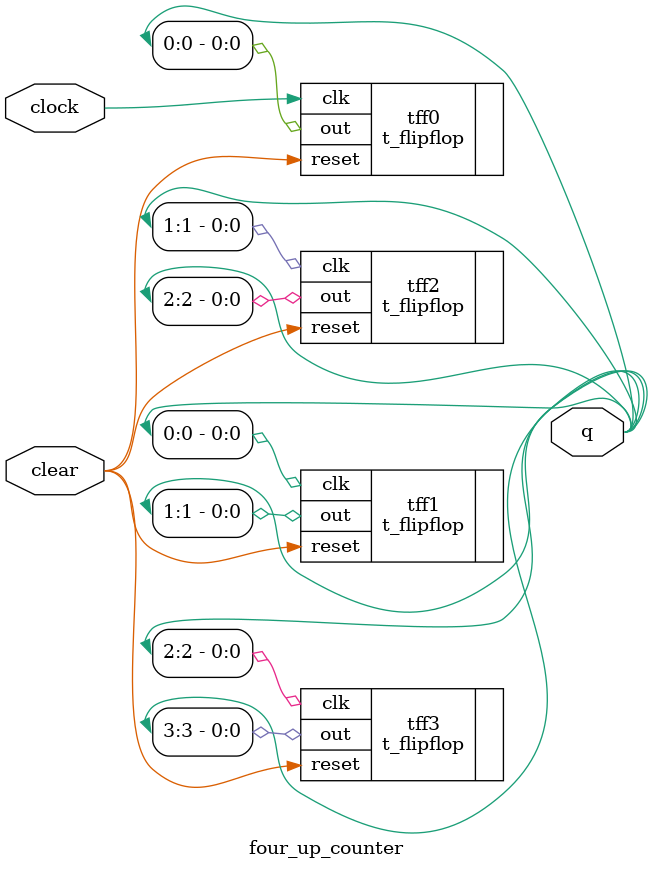
<source format=v>
module four_up_counter (clock, clear, q);
	input clock, clear;
	output [3:0] q;
	
	t_flipflop tff0(.clk(clock), .reset(clear), .out(q[0]));
	t_flipflop tff1(.clk(q[0]), .reset(clear), .out(q[1]));
	t_flipflop tff2(.clk(q[1]), .reset(clear), .out(q[2]));
	t_flipflop tff3(.clk(q[2]), .reset(clear), .out(q[3]));
endmodule
</source>
